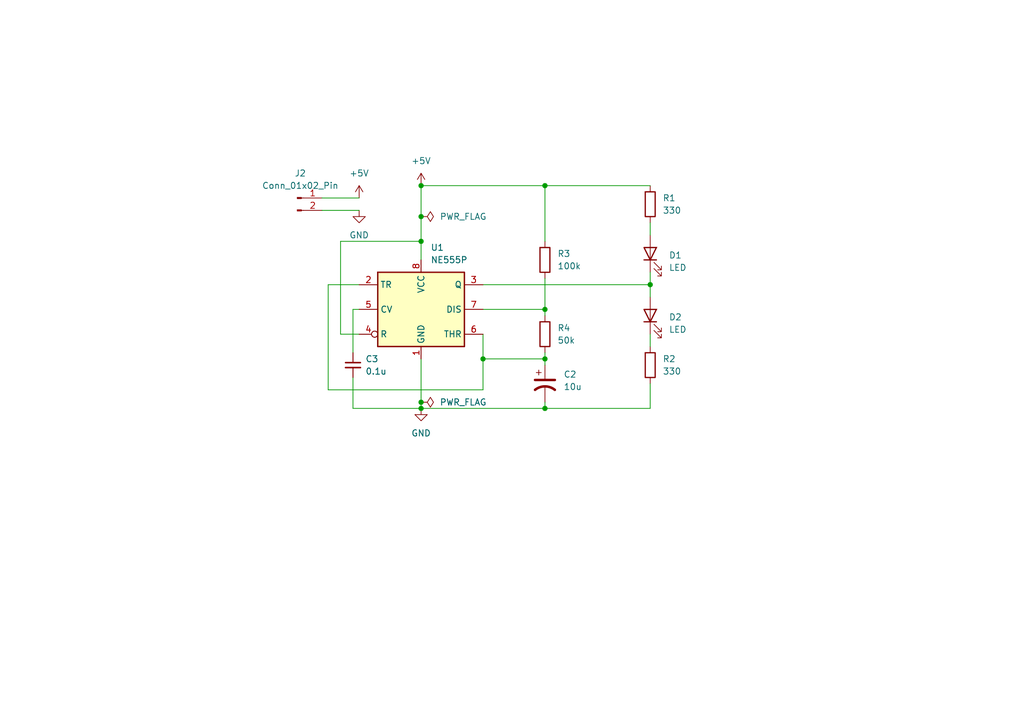
<source format=kicad_sch>
(kicad_sch (version 20230121) (generator eeschema)
  (paper "A5")
  (title_block (title "Flip-Flop with NE555 Timer") (date "2023-06-17") (rev "1.0"))
  (lib_symbols
    (symbol "Connector:Conn_01x02_Pin" (pin_names (offset 1.016) hide)
      (property "Reference" "J" (at 0 2.54 0))
      (property "Value" "Conn_01x02_Pin" (at 0 -5.08 0))
      (symbol "Conn_01x02_Pin_1_1"
        (polyline (pts (xy 1.27 -2.54) (xy 0.8636 -2.54)) (stroke (width 0.1524)))
        (polyline (pts (xy 1.27 0) (xy 0.8636 0)) (stroke (width 0.1524)))
        (rectangle (start 0.8636 -2.413) (end 0 -2.667) (stroke (width 0.1524)) (fill (type outline)))
        (rectangle (start 0.8636 0.127) (end 0 -0.127) (stroke (width 0.1524)) (fill (type outline)))
        (pin passive line (at 5.08 0 180) (length 3.81) (name "Pin_1") (number "1"))
        (pin passive line (at 5.08 -2.54 180) (length 3.81) (name "Pin_2") (number "2"))
      )
    )
    (symbol "Device:C_Polarized_US" (pin_numbers hide) (pin_names (offset 0.254) hide)
      (property "Reference" "C" (at 0.635 2.54 0))
      (property "Value" "C_Polarized_US" (at 0.635 -2.54 0))
      (symbol "C_Polarized_US_0_1"
        (polyline (pts (xy -2.032 0.762) (xy 2.032 0.762)) (stroke (width 0.508)))
        (polyline (pts (xy -1.778 2.286) (xy -0.762 2.286)))
        (polyline (pts (xy -1.27 1.778) (xy -1.27 2.794)))
        (arc (start 2.032 -1.27) (mid 0 -0.5572) (end -2.032 -1.27) (stroke (width 0.508)))
      )
      (symbol "C_Polarized_US_1_1"
        (pin passive line (at 0 3.81 270) (length 2.794) (name "~") (number "1"))
        (pin passive line (at 0 -3.81 90) (length 3.302) (name "~") (number "2"))
      )
    )
    (symbol "Device:C_Small" (pin_numbers hide) (pin_names (offset 0.254) hide)
      (property "Reference" "C" (at 0.254 1.778 0))
      (property "Value" "C_Small" (at 0.254 -2.032 0))
      (symbol "C_Small_0_1"
        (polyline (pts (xy -1.524 -0.508) (xy 1.524 -0.508)) (stroke (width 0.3302)))
        (polyline (pts (xy -1.524 0.508) (xy 1.524 0.508)) (stroke (width 0.3048)))
      )
      (symbol "C_Small_1_1"
        (pin passive line (at 0 2.54 270) (length 2.032) (name "~") (number "1"))
        (pin passive line (at 0 -2.54 90) (length 2.032) (name "~") (number "2"))
      )
    )
    (symbol "Device:LED" (pin_numbers hide) (pin_names (offset 1.016) hide)
      (property "Reference" "D" (at 0 2.54 0))
      (property "Value" "LED" (at 0 -2.54 0))
      (symbol "LED_0_1"
        (polyline (pts (xy -1.27 -1.27) (xy -1.27 1.27)) (stroke (width 0.254)))
        (polyline (pts (xy -1.27 0) (xy 1.27 0)))
        (polyline (pts (xy 1.27 -1.27) (xy 1.27 1.27) (xy -1.27 0) (xy 1.27 -1.27)) (stroke (width 0.254)))
        (polyline (pts (xy -3.048 -0.762) (xy -4.572 -2.286) (xy -3.81 -2.286) (xy -4.572 -2.286) (xy -4.572 -1.524)))
        (polyline (pts (xy -1.778 -0.762) (xy -3.302 -2.286) (xy -2.54 -2.286) (xy -3.302 -2.286) (xy -3.302 -1.524)))
      )
      (symbol "LED_1_1"
        (pin passive line (at -3.81 0 0) (length 2.54) (name "K") (number "1"))
        (pin passive line (at 3.81 0 180) (length 2.54) (name "A") (number "2"))
      )
    )
    (symbol "Device:R" (pin_numbers hide) (pin_names (offset 0))
      (property "Reference" "R" (at 2.032 0 90))
      (property "Value" "R" (at 0 0 90))
      (symbol "R_0_1"
        (rectangle (start -1.016 -2.54) (end 1.016 2.54) (stroke (width 0.254)))
      )
      (symbol "R_1_1"
        (pin passive line (at 0 3.81 270) (length 1.27) (name "~") (number "1"))
        (pin passive line (at 0 -3.81 90) (length 1.27) (name "~") (number "2"))
      )
    )
    (symbol "Timer:NE555P"
      (property "Reference" "U" (at -10.16 8.89 0))
      (property "Value" "NE555P" (at 2.54 8.89 0))
      (symbol "NE555P_0_0"
        (pin power_in line (at 0 -10.16 90) (length 2.54) (name "GND") (number "1"))
        (pin power_in line (at 0 10.16 270) (length 2.54) (name "VCC") (number "8"))
      )
      (symbol "NE555P_0_1"
        (rectangle (start -8.89 -7.62) (end 8.89 7.62) (stroke (width 0.254)) (fill (type background)))
        (rectangle (start -8.89 -7.62) (end 8.89 7.62) (stroke (width 0.254)) (fill (type background)))
      )
      (symbol "NE555P_1_1"
        (pin input line (at -12.7 5.08 0) (length 3.81) (name "TR") (number "2"))
        (pin output line (at 12.7 5.08 180) (length 3.81) (name "Q") (number "3"))
        (pin input inverted (at -12.7 -5.08 0) (length 3.81) (name "R") (number "4"))
        (pin input line (at -12.7 0 0) (length 3.81) (name "CV") (number "5"))
        (pin input line (at 12.7 -5.08 180) (length 3.81) (name "THR") (number "6"))
        (pin input line (at 12.7 0 180) (length 3.81) (name "DIS") (number "7"))
      )
    )
    (symbol "power:+5V" (power) (pin_names (offset 0))
      (property "Value" "+5V" (at 0 3.556 0))
      (symbol "+5V_0_1"
        (polyline (pts (xy -0.762 1.27) (xy 0 2.54)))
        (polyline (pts (xy 0 0) (xy 0 2.54)))
        (polyline (pts (xy 0 2.54) (xy 0.762 1.27)))
      )
      (symbol "+5V_1_1"
        (pin power_in line (at 0 0 90) (length 0) hide (name "+5V") (number "1"))
      )
    )
    (symbol "power:GND" (power) (pin_names (offset 0))
      (property "Value" "GND" (at 0 -3.81 0))
      (symbol "GND_0_1"
        (polyline (pts (xy 0 0) (xy 0 -1.27) (xy 1.27 -1.27) (xy 0 -2.54) (xy -1.27 -1.27) (xy 0 -1.27)))
      )
      (symbol "GND_1_1"
        (pin power_in line (at 0 0 270) (length 0) hide (name "GND") (number "1"))
      )
    )
    (symbol "power:PWR_FLAG" (power) (pin_numbers hide) (pin_names (offset 0) hide)
      (property "Value" "PWR_FLAG" (at 0 3.81 0))
      (symbol "PWR_FLAG_0_0"
        (pin power_out line (at 0 0 90) (length 0) (name "pwr") (number "1"))
      )
      (symbol "PWR_FLAG_0_1"
        (polyline (pts (xy 0 0) (xy 0 1.27) (xy -1.016 1.905) (xy 0 2.54) (xy 1.016 1.905) (xy 0 1.27)))
      )
    )
  )
  (junction (at 111.76 63.5))
  (junction (at 86.36 44.45))
  (junction (at 111.76 83.82))
  (junction (at 86.36 82.55))
  (junction (at 86.36 38.1))
  (junction (at 86.36 83.82))
  (junction (at 86.36 49.53))
  (junction (at 111.76 73.66))
  (junction (at 111.76 38.1))
  (junction (at 133.35 58.42))
  (junction (at 99.06 73.66))
  (wire (pts (xy 133.35 45.72) (xy 133.35 48.26)))
  (wire (pts (xy 111.76 38.1) (xy 111.76 49.53)))
  (wire (pts (xy 133.35 55.88) (xy 133.35 58.42)))
  (wire (pts (xy 86.36 73.66) (xy 86.36 82.55)))
  (wire (pts (xy 133.35 38.1) (xy 111.76 38.1)))
  (wire (pts (xy 72.39 77.47) (xy 72.39 83.82)))
  (wire (pts (xy 67.31 80.01) (xy 99.06 80.01)))
  (wire (pts (xy 99.06 58.42) (xy 133.35 58.42)))
  (wire (pts (xy 86.36 38.1) (xy 111.76 38.1)))
  (wire (pts (xy 111.76 82.55) (xy 111.76 83.82)))
  (wire (pts (xy 73.66 58.42) (xy 67.31 58.42)))
  (wire (pts (xy 133.35 58.42) (xy 133.35 60.96)))
  (wire (pts (xy 73.66 40.64) (xy 66.04 40.64)))
  (wire (pts (xy 99.06 63.5) (xy 111.76 63.5)))
  (wire (pts (xy 86.36 83.82) (xy 111.76 83.82)))
  (wire (pts (xy 86.36 82.55) (xy 86.36 83.82)))
  (wire (pts (xy 69.85 68.58) (xy 73.66 68.58)))
  (wire (pts (xy 111.76 57.15) (xy 111.76 63.5)))
  (wire (pts (xy 111.76 73.66) (xy 111.76 74.93)))
  (wire (pts (xy 133.35 68.58) (xy 133.35 71.12)))
  (wire (pts (xy 99.06 73.66) (xy 111.76 73.66)))
  (wire (pts (xy 72.39 63.5) (xy 72.39 72.39)))
  (wire (pts (xy 67.31 58.42) (xy 67.31 80.01)))
  (wire (pts (xy 86.36 38.1) (xy 86.36 44.45)))
  (wire (pts (xy 69.85 49.53) (xy 69.85 68.58)))
  (wire (pts (xy 133.35 83.82) (xy 133.35 78.74)))
  (wire (pts (xy 99.06 73.66) (xy 99.06 80.01)))
  (wire (pts (xy 111.76 83.82) (xy 133.35 83.82)))
  (wire (pts (xy 111.76 63.5) (xy 111.76 64.77)))
  (wire (pts (xy 99.06 68.58) (xy 99.06 73.66)))
  (wire (pts (xy 66.04 43.18) (xy 73.66 43.18)))
  (wire (pts (xy 111.76 73.66) (xy 111.76 72.39)))
  (wire (pts (xy 73.66 63.5) (xy 72.39 63.5)))
  (wire (pts (xy 86.36 49.53) (xy 86.36 53.34)))
  (wire (pts (xy 86.36 44.45) (xy 86.36 49.53)))
  (wire (pts (xy 69.85 49.53) (xy 86.36 49.53)))
  (wire (pts (xy 72.39 83.82) (xy 86.36 83.82)))
  (symbol (lib_id "Device:C_Small") (at 72.39 74.93 0) (unit 1)
    (property "Reference" "C3" (at 74.93 73.6663 0) (effects (justify left)))
    (property "Value" "0.1u" (at 74.93 76.2063 0) (effects (justify left)))
    (property "Footprint" "Capacitor_THT:C_Disc_D3.0mm_W1.6mm_P2.50mm" (effects hide))
  )
  (symbol (lib_id "Device:LED") (at 133.35 52.07 90) (unit 1)
    (property "Reference" "D1" (at 137.16 52.3875 90) (effects (justify right)))
    (property "Value" "LED" (at 137.16 54.9275 90) (effects (justify right)))
    (property "Footprint" "LED_THT:LED_D3.0mm" (effects hide))
  )
  (symbol (lib_id "Device:R") (at 133.35 41.91 180) (unit 1)
    (property "Reference" "R1" (at 135.89 40.64 0) (effects (justify right)))
    (property "Value" "330" (at 135.89 43.18 0) (effects (justify right)))
    (property "Footprint" "Resistor_THT:R_Axial_DIN0204_L3.6mm_D1.6mm_P5.08mm_Horizontal" (effects hide))
  )
  (symbol (lib_id "Device:C_Polarized_US") (at 111.76 78.74 0) (unit 1)
    (property "Reference" "C2" (at 115.57 76.835 0) (effects (justify left)))
    (property "Value" "10u" (at 115.57 79.375 0) (effects (justify left)))
    (property "Footprint" "Capacitor_THT:CP_Radial_D6.3mm_P2.50mm" (effects hide))
  )
  (symbol (lib_id "power:GND") (at 86.36 83.82 0) (unit 1)
    (property "Reference" "#PWR02" (effects hide))
    (property "Value" "GND" (at 86.36 88.9 0))
  )
  (symbol (lib_id "Device:R") (at 111.76 68.58 180) (unit 1)
    (property "Reference" "R4" (at 114.3 67.31 0) (effects (justify right)))
    (property "Value" "50k" (at 114.3 69.85 0) (effects (justify right)))
    (property "Footprint" "Resistor_THT:R_Axial_DIN0204_L3.6mm_D1.6mm_P5.08mm_Horizontal" (effects hide))
  )
  (symbol (lib_id "Connector:Conn_01x02_Pin") (at 60.96 40.64 0) (unit 1)
    (property "Reference" "J2" (at 61.595 35.56 0))
    (property "Value" "Conn_01x02_Pin" (at 61.595 38.1 0))
    (property "Footprint" "Connector_Molex:Molex_KK-254_AE-6410-02A_1x02_P2.54mm_Vertical" (effects hide))
  )
  (symbol (lib_id "power:+5V") (at 73.66 40.64 0) (unit 1)
    (property "Reference" "#PWR03" (effects hide))
    (property "Value" "+5V" (at 73.66 35.56 0))
  )
  (symbol (lib_id "Timer:NE555P") (at 86.36 63.5 0) (unit 1)
    (property "Reference" "U1" (at 88.3159 50.8 0) (effects (justify left)))
    (property "Value" "NE555P" (at 88.3159 53.34 0) (effects (justify left)))
    (property "Footprint" "Package_DIP:DIP-8_W7.62mm_LongPads" (effects hide))
    (property "Datasheet" "http://www.ti.com/lit/ds/symlink/ne555.pdf" (effects hide))
  )
  (symbol (lib_id "power:GND") (at 73.66 43.18 0) (unit 1)
    (property "Reference" "#PWR04" (effects hide))
    (property "Value" "GND" (at 73.66 48.26 0))
  )
  (symbol (lib_id "power:PWR_FLAG") (at 86.36 44.45 270) (unit 1)
    (property "Reference" "#FLG01" (effects hide))
    (property "Value" "PWR_FLAG" (at 90.17 44.45 90) (effects (justify left)))
  )
  (symbol (lib_id "power:+5V") (at 86.36 38.1 0) (unit 1)
    (property "Reference" "#PWR01" (effects hide))
    (property "Value" "+5V" (at 86.36 33.02 0))
  )
  (symbol (lib_id "Device:R") (at 133.35 74.93 180) (unit 1)
    (property "Reference" "R2" (at 135.89 73.66 0) (effects (justify right)))
    (property "Value" "330" (at 135.89 76.2 0) (effects (justify right)))
    (property "Footprint" "Resistor_THT:R_Axial_DIN0204_L3.6mm_D1.6mm_P5.08mm_Horizontal" (effects hide))
  )
  (symbol (lib_id "Device:R") (at 111.76 53.34 180) (unit 1)
    (property "Reference" "R3" (at 114.3 52.07 0) (effects (justify right)))
    (property "Value" "100k" (at 114.3 54.61 0) (effects (justify right)))
    (property "Footprint" "Resistor_THT:R_Axial_DIN0204_L3.6mm_D1.6mm_P5.08mm_Horizontal" (effects hide))
  )
  (symbol (lib_id "power:PWR_FLAG") (at 86.36 82.55 270) (unit 1)
    (property "Reference" "#FLG02" (effects hide))
    (property "Value" "PWR_FLAG" (at 90.17 82.55 90) (effects (justify left)))
  )
  (symbol (lib_id "Device:LED") (at 133.35 64.77 90) (unit 1)
    (property "Reference" "D2" (at 137.16 65.0875 90) (effects (justify right)))
    (property "Value" "LED" (at 137.16 67.6275 90) (effects (justify right)))
    (property "Footprint" "LED_THT:LED_D3.0mm" (effects hide))
  )
)
</source>
